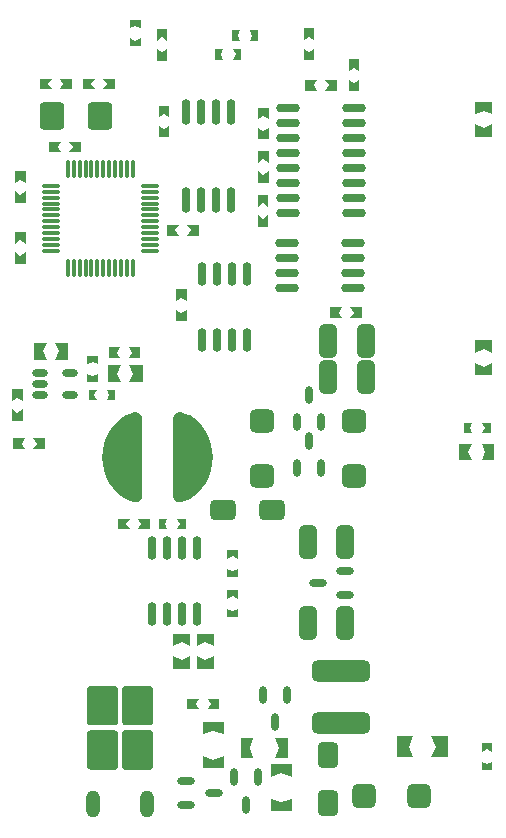
<source format=gtp>
G04*
G04 #@! TF.GenerationSoftware,Altium Limited,Altium Designer,18.0.9 (584)*
G04*
G04 Layer_Color=8421504*
%FSLAX24Y24*%
%MOIN*%
G70*
G01*
G75*
%ADD20O,0.0454X0.0906*%
%ADD21O,0.0281X0.0591*%
%ADD22O,0.0295X0.0800*%
G04:AMPARAMS|DCode=23|XSize=90.6mil|YSize=82.7mil|CornerRadius=12.4mil|HoleSize=0mil|Usage=FLASHONLY|Rotation=270.000|XOffset=0mil|YOffset=0mil|HoleType=Round|Shape=RoundedRectangle|*
%AMROUNDEDRECTD23*
21,1,0.0906,0.0579,0,0,270.0*
21,1,0.0657,0.0827,0,0,270.0*
1,1,0.0248,-0.0289,-0.0329*
1,1,0.0248,-0.0289,0.0329*
1,1,0.0248,0.0289,0.0329*
1,1,0.0248,0.0289,-0.0329*
%
%ADD23ROUNDEDRECTD23*%
%ADD24O,0.0295X0.0850*%
%ADD25O,0.0630X0.0118*%
%ADD26O,0.0118X0.0630*%
%ADD27O,0.0531X0.0236*%
%ADD28O,0.0800X0.0295*%
G04:AMPARAMS|DCode=29|XSize=110.2mil|YSize=59.1mil|CornerRadius=14.8mil|HoleSize=0mil|Usage=FLASHONLY|Rotation=90.000|XOffset=0mil|YOffset=0mil|HoleType=Round|Shape=RoundedRectangle|*
%AMROUNDEDRECTD29*
21,1,0.1102,0.0295,0,0,90.0*
21,1,0.0807,0.0591,0,0,90.0*
1,1,0.0295,0.0148,0.0404*
1,1,0.0295,0.0148,-0.0404*
1,1,0.0295,-0.0148,-0.0404*
1,1,0.0295,-0.0148,0.0404*
%
%ADD29ROUNDEDRECTD29*%
G04:AMPARAMS|DCode=30|XSize=82.7mil|YSize=78.7mil|CornerRadius=19.7mil|HoleSize=0mil|Usage=FLASHONLY|Rotation=0.000|XOffset=0mil|YOffset=0mil|HoleType=Round|Shape=RoundedRectangle|*
%AMROUNDEDRECTD30*
21,1,0.0827,0.0394,0,0,0.0*
21,1,0.0433,0.0787,0,0,0.0*
1,1,0.0394,0.0217,-0.0197*
1,1,0.0394,-0.0217,-0.0197*
1,1,0.0394,-0.0217,0.0197*
1,1,0.0394,0.0217,0.0197*
%
%ADD30ROUNDEDRECTD30*%
%ADD31O,0.0591X0.0281*%
G04:AMPARAMS|DCode=32|XSize=86.6mil|YSize=68.9mil|CornerRadius=17.2mil|HoleSize=0mil|Usage=FLASHONLY|Rotation=180.000|XOffset=0mil|YOffset=0mil|HoleType=Round|Shape=RoundedRectangle|*
%AMROUNDEDRECTD32*
21,1,0.0866,0.0344,0,0,180.0*
21,1,0.0522,0.0689,0,0,180.0*
1,1,0.0344,-0.0261,0.0172*
1,1,0.0344,0.0261,0.0172*
1,1,0.0344,0.0261,-0.0172*
1,1,0.0344,-0.0261,-0.0172*
%
%ADD32ROUNDEDRECTD32*%
G04:AMPARAMS|DCode=33|XSize=82.7mil|YSize=78.7mil|CornerRadius=19.7mil|HoleSize=0mil|Usage=FLASHONLY|Rotation=270.000|XOffset=0mil|YOffset=0mil|HoleType=Round|Shape=RoundedRectangle|*
%AMROUNDEDRECTD33*
21,1,0.0827,0.0394,0,0,270.0*
21,1,0.0433,0.0787,0,0,270.0*
1,1,0.0394,-0.0197,-0.0217*
1,1,0.0394,-0.0197,0.0217*
1,1,0.0394,0.0197,0.0217*
1,1,0.0394,0.0197,-0.0217*
%
%ADD33ROUNDEDRECTD33*%
G04:AMPARAMS|DCode=34|XSize=86.6mil|YSize=68.9mil|CornerRadius=17.2mil|HoleSize=0mil|Usage=FLASHONLY|Rotation=270.000|XOffset=0mil|YOffset=0mil|HoleType=Round|Shape=RoundedRectangle|*
%AMROUNDEDRECTD34*
21,1,0.0866,0.0344,0,0,270.0*
21,1,0.0522,0.0689,0,0,270.0*
1,1,0.0344,-0.0172,-0.0261*
1,1,0.0344,-0.0172,0.0261*
1,1,0.0344,0.0172,0.0261*
1,1,0.0344,0.0172,-0.0261*
%
%ADD34ROUNDEDRECTD34*%
G04:AMPARAMS|DCode=35|XSize=194.9mil|YSize=70.9mil|CornerRadius=17.7mil|HoleSize=0mil|Usage=FLASHONLY|Rotation=0.000|XOffset=0mil|YOffset=0mil|HoleType=Round|Shape=RoundedRectangle|*
%AMROUNDEDRECTD35*
21,1,0.1949,0.0354,0,0,0.0*
21,1,0.1594,0.0709,0,0,0.0*
1,1,0.0354,0.0797,-0.0177*
1,1,0.0354,-0.0797,-0.0177*
1,1,0.0354,-0.0797,0.0177*
1,1,0.0354,0.0797,0.0177*
%
%ADD35ROUNDEDRECTD35*%
G36*
X23809Y42224D02*
X23632Y42303D01*
X23455Y42224D01*
Y42500D01*
X23809D01*
Y42224D01*
D02*
G37*
G36*
X29596Y41821D02*
X29419Y41939D01*
X29242Y41821D01*
Y42215D01*
X29596D01*
Y41821D01*
D02*
G37*
G36*
X24695Y41811D02*
X24518Y41929D01*
X24341Y41811D01*
Y42205D01*
X24695D01*
Y41811D01*
D02*
G37*
G36*
X23809Y41614D02*
X23455D01*
Y41890D01*
X23632Y41811D01*
X23809Y41890D01*
Y41614D01*
D02*
G37*
G36*
X27726Y41801D02*
X27451D01*
X27530Y41978D01*
X27451Y42156D01*
X27726D01*
Y41801D01*
D02*
G37*
G36*
X27038Y41978D02*
X27116Y41801D01*
X26841D01*
Y42156D01*
X27116D01*
X27038Y41978D01*
D02*
G37*
G36*
X29596Y41152D02*
X29242D01*
Y41545D01*
X29419Y41427D01*
X29596Y41545D01*
Y41152D01*
D02*
G37*
G36*
X24695Y41142D02*
X24341D01*
Y41535D01*
X24518Y41417D01*
X24695Y41535D01*
Y41142D01*
D02*
G37*
G36*
X27165Y41171D02*
X26890D01*
X26968Y41348D01*
X26890Y41526D01*
X27165D01*
Y41171D01*
D02*
G37*
G36*
X26476Y41348D02*
X26555Y41171D01*
X26280D01*
Y41526D01*
X26555D01*
X26476Y41348D01*
D02*
G37*
G36*
X31093Y40787D02*
X30915Y40906D01*
X30738Y40787D01*
Y41181D01*
X31093D01*
Y40787D01*
D02*
G37*
G36*
Y40118D02*
X30738D01*
Y40512D01*
X30915Y40394D01*
X31093Y40512D01*
Y40118D01*
D02*
G37*
G36*
X21506Y40187D02*
X21112D01*
X21230Y40364D01*
X21112Y40541D01*
X21506D01*
Y40187D01*
D02*
G37*
G36*
X20719Y40364D02*
X20837Y40187D01*
X20443D01*
Y40541D01*
X20837D01*
X20719Y40364D01*
D02*
G37*
G36*
X22943Y40186D02*
X22549D01*
X22667Y40363D01*
X22549Y40540D01*
X22943D01*
Y40186D01*
D02*
G37*
G36*
X22156Y40363D02*
X22274Y40186D01*
X21880D01*
Y40540D01*
X22274D01*
X22156Y40363D01*
D02*
G37*
G36*
X30354Y40138D02*
X29961D01*
X30079Y40315D01*
X29961Y40492D01*
X30354D01*
Y40138D01*
D02*
G37*
G36*
X29567Y40315D02*
X29685Y40138D01*
X29291D01*
Y40492D01*
X29685D01*
X29567Y40315D01*
D02*
G37*
G36*
X35512Y39350D02*
X35236Y39478D01*
X34961Y39350D01*
Y39764D01*
X35512D01*
Y39350D01*
D02*
G37*
G36*
X24754Y39252D02*
X24577Y39370D01*
X24400Y39252D01*
Y39646D01*
X24754D01*
Y39252D01*
D02*
G37*
G36*
X28071Y39183D02*
X27894Y39301D01*
X27717Y39183D01*
Y39577D01*
X28071D01*
Y39183D01*
D02*
G37*
G36*
X35512Y38602D02*
X34961D01*
Y39016D01*
X35236Y38888D01*
X35512Y39016D01*
Y38602D01*
D02*
G37*
G36*
X24754Y38583D02*
X24400D01*
Y38976D01*
X24577Y38858D01*
X24754Y38976D01*
Y38583D01*
D02*
G37*
G36*
X28071Y38514D02*
X27717D01*
Y38907D01*
X27894Y38789D01*
X28071Y38907D01*
Y38514D01*
D02*
G37*
G36*
X21821Y38091D02*
X21427D01*
X21545Y38268D01*
X21427Y38445D01*
X21821D01*
Y38091D01*
D02*
G37*
G36*
X21033Y38268D02*
X21152Y38091D01*
X20758D01*
Y38445D01*
X21152D01*
X21033Y38268D01*
D02*
G37*
G36*
X28071Y37736D02*
X27894Y37854D01*
X27717Y37736D01*
Y38130D01*
X28071D01*
Y37736D01*
D02*
G37*
G36*
Y37067D02*
X27717D01*
Y37461D01*
X27894Y37343D01*
X28071Y37461D01*
Y37067D01*
D02*
G37*
G36*
X19970Y37057D02*
X19792Y37175D01*
X19615Y37057D01*
Y37451D01*
X19970D01*
Y37057D01*
D02*
G37*
G36*
Y36388D02*
X19615D01*
Y36781D01*
X19792Y36663D01*
X19970Y36781D01*
Y36388D01*
D02*
G37*
G36*
X28061Y36270D02*
X27884Y36388D01*
X27707Y36270D01*
Y36663D01*
X28061D01*
Y36270D01*
D02*
G37*
G36*
Y35600D02*
X27707D01*
Y35994D01*
X27884Y35876D01*
X28061Y35994D01*
Y35600D01*
D02*
G37*
G36*
X25748Y35305D02*
X25354D01*
X25472Y35482D01*
X25354Y35659D01*
X25748D01*
Y35305D01*
D02*
G37*
G36*
X24961Y35482D02*
X25079Y35305D01*
X24685D01*
Y35659D01*
X25079D01*
X24961Y35482D01*
D02*
G37*
G36*
X19970Y35030D02*
X19793Y35148D01*
X19616Y35030D01*
Y35423D01*
X19970D01*
Y35030D01*
D02*
G37*
G36*
Y34360D02*
X19616D01*
Y34754D01*
X19793Y34636D01*
X19970Y34754D01*
Y34360D01*
D02*
G37*
G36*
X25335Y33120D02*
X25157Y33238D01*
X24980Y33120D01*
Y33514D01*
X25335D01*
Y33120D01*
D02*
G37*
G36*
Y32451D02*
X24980D01*
Y32844D01*
X25157Y32726D01*
X25335Y32844D01*
Y32451D01*
D02*
G37*
G36*
X31191Y32569D02*
X30797D01*
X30915Y32746D01*
X30797Y32923D01*
X31191D01*
Y32569D01*
D02*
G37*
G36*
X30404Y32746D02*
X30522Y32569D01*
X30128D01*
Y32923D01*
X30522D01*
X30404Y32746D01*
D02*
G37*
G36*
X35512Y31407D02*
X35236Y31535D01*
X34961Y31407D01*
Y31821D01*
X35512D01*
Y31407D01*
D02*
G37*
G36*
X23799Y31230D02*
X23406D01*
X23524Y31407D01*
X23406Y31585D01*
X23799D01*
Y31230D01*
D02*
G37*
G36*
X23012Y31407D02*
X23130Y31230D01*
X22736D01*
Y31585D01*
X23130D01*
X23012Y31407D01*
D02*
G37*
G36*
X21398Y31161D02*
X20945D01*
X21073Y31447D01*
X20945Y31732D01*
X21398D01*
Y31161D01*
D02*
G37*
G36*
X20561Y31447D02*
X20689Y31161D01*
X20236D01*
Y31732D01*
X20689D01*
X20561Y31447D01*
D02*
G37*
G36*
X22382Y31033D02*
X22205Y31112D01*
X22028Y31033D01*
Y31309D01*
X22382D01*
Y31033D01*
D02*
G37*
G36*
X35512Y30659D02*
X34961D01*
Y31073D01*
X35236Y30945D01*
X35512Y31073D01*
Y30659D01*
D02*
G37*
G36*
X22382Y30423D02*
X22028D01*
Y30699D01*
X22205Y30620D01*
X22382Y30699D01*
Y30423D01*
D02*
G37*
G36*
X23868Y30413D02*
X23415D01*
X23543Y30699D01*
X23415Y30984D01*
X23868D01*
Y30413D01*
D02*
G37*
G36*
X23031Y30699D02*
X23159Y30413D01*
X22707D01*
Y30984D01*
X23159D01*
X23031Y30699D01*
D02*
G37*
G36*
X22953Y29813D02*
X22677D01*
X22756Y29990D01*
X22677Y30167D01*
X22953D01*
Y29813D01*
D02*
G37*
G36*
X22264Y29990D02*
X22343Y29813D01*
X22067D01*
Y30167D01*
X22343D01*
X22264Y29990D01*
D02*
G37*
G36*
X19872Y29793D02*
X19695Y29911D01*
X19518Y29793D01*
Y30187D01*
X19872D01*
Y29793D01*
D02*
G37*
G36*
Y29124D02*
X19518D01*
Y29518D01*
X19695Y29400D01*
X19872Y29518D01*
Y29124D01*
D02*
G37*
G36*
X35472Y28720D02*
X35197D01*
X35275Y28898D01*
X35197Y29075D01*
X35472D01*
Y28720D01*
D02*
G37*
G36*
X34783Y28898D02*
X34862Y28720D01*
X34587D01*
Y29075D01*
X34862D01*
X34783Y28898D01*
D02*
G37*
G36*
X20620Y28199D02*
X20226D01*
X20344Y28376D01*
X20226Y28553D01*
X20620D01*
Y28199D01*
D02*
G37*
G36*
X19833Y28376D02*
X19951Y28199D01*
X19557D01*
Y28553D01*
X19951D01*
X19833Y28376D01*
D02*
G37*
G36*
X35581Y27825D02*
X35167D01*
X35295Y28100D01*
X35167Y28376D01*
X35581D01*
Y27825D01*
D02*
G37*
G36*
X34705Y28100D02*
X34833Y27825D01*
X34419D01*
Y28376D01*
X34833D01*
X34705Y28100D01*
D02*
G37*
G36*
X23736Y29408D02*
X23795Y29364D01*
X23834Y29302D01*
X23848Y29230D01*
Y26624D01*
X23834Y26550D01*
X23793Y26486D01*
X23732Y26441D01*
X23659Y26422D01*
X23584Y26431D01*
X23455Y26471D01*
X23304Y26532D01*
X23164Y26615D01*
X23039Y26719D01*
X23034Y26723D01*
X22885Y26889D01*
X22760Y27073D01*
X22660Y27272D01*
X22587Y27483D01*
X22542Y27701D01*
X22528Y27923D01*
X22542Y28146D01*
X22587Y28364D01*
X22660Y28574D01*
X22760Y28773D01*
X22885Y28957D01*
X23034Y29123D01*
X23037Y29125D01*
X23163Y29231D01*
X23305Y29315D01*
X23458Y29376D01*
X23592Y29418D01*
X23665Y29427D01*
X23736Y29408D01*
D02*
G37*
G36*
X25156Y29416D02*
X25286Y29375D01*
X25436Y29315D01*
X25576Y29231D01*
X25701Y29128D01*
X25706Y29123D01*
X25855Y28957D01*
X25980Y28773D01*
X26081Y28574D01*
X26153Y28364D01*
X26198Y28146D01*
X26213Y27923D01*
X26198Y27701D01*
X26153Y27483D01*
X26081Y27272D01*
X25980Y27073D01*
X25855Y26889D01*
X25706Y26723D01*
X25703Y26721D01*
X25577Y26616D01*
X25435Y26532D01*
X25283Y26470D01*
X25148Y26428D01*
X25076Y26420D01*
X25005Y26439D01*
X24945Y26482D01*
X24906Y26544D01*
X24893Y26616D01*
Y29222D01*
X24907Y29296D01*
X24947Y29360D01*
X25008Y29405D01*
X25081Y29424D01*
X25156Y29416D01*
D02*
G37*
G36*
X25305Y25522D02*
X25030D01*
X25108Y25699D01*
X25030Y25876D01*
X25305D01*
Y25522D01*
D02*
G37*
G36*
X24616Y25699D02*
X24695Y25522D01*
X24420D01*
Y25876D01*
X24695D01*
X24616Y25699D01*
D02*
G37*
G36*
X24104Y25522D02*
X23711D01*
X23829Y25699D01*
X23711Y25876D01*
X24104D01*
Y25522D01*
D02*
G37*
G36*
X23317Y25699D02*
X23435Y25522D01*
X23041D01*
Y25876D01*
X23435D01*
X23317Y25699D01*
D02*
G37*
G36*
X27047Y24537D02*
X26870Y24616D01*
X26693Y24537D01*
Y24813D01*
X27047D01*
Y24537D01*
D02*
G37*
G36*
Y23927D02*
X26693D01*
Y24203D01*
X26870Y24124D01*
X27047Y24203D01*
Y23927D01*
D02*
G37*
G36*
X27047Y23208D02*
X26870Y23287D01*
X26693Y23208D01*
Y23484D01*
X27047D01*
Y23208D01*
D02*
G37*
G36*
Y22598D02*
X26693D01*
Y22874D01*
X26870Y22795D01*
X27047Y22874D01*
Y22598D01*
D02*
G37*
G36*
X26240Y21624D02*
X25965Y21752D01*
X25689Y21624D01*
Y22037D01*
X26240D01*
Y21624D01*
D02*
G37*
G36*
X25443D02*
X25167Y21752D01*
X24892Y21624D01*
Y22037D01*
X25443D01*
Y21624D01*
D02*
G37*
G36*
X26240Y20876D02*
X25689D01*
Y21289D01*
X25965Y21161D01*
X26240Y21289D01*
Y20876D01*
D02*
G37*
G36*
X25443D02*
X24892D01*
Y21289D01*
X25167Y21161D01*
X25443Y21289D01*
Y20876D01*
D02*
G37*
G36*
X24104Y20305D02*
X24126Y20304D01*
X24166Y20287D01*
X24196Y20256D01*
X24212Y20215D01*
X24212Y20194D01*
Y19093D01*
X24212Y19072D01*
X24194Y19032D01*
X24163Y19001D01*
X24123Y18985D01*
X24101Y18986D01*
X24101D01*
X23306Y18986D01*
X23296D01*
X23275Y18990D01*
X23256Y18998D01*
X23239Y19010D01*
X23231Y19017D01*
X23231Y19017D01*
X23223Y19025D01*
X23211Y19043D01*
X23202Y19064D01*
X23198Y19086D01*
X23198Y19097D01*
X23198Y19097D01*
X23198Y20196D01*
X23198Y20218D01*
X23215Y20258D01*
X23245Y20288D01*
X23285Y20305D01*
X23307Y20305D01*
X23307Y20305D01*
X24104Y20305D01*
D02*
G37*
G36*
X22933D02*
X22955Y20304D01*
X22995Y20287D01*
X23026Y20256D01*
X23042Y20215D01*
X23041Y20194D01*
Y19093D01*
X23041Y19072D01*
X23024Y19032D01*
X22992Y19001D01*
X22952Y18985D01*
X22930Y18986D01*
X22930D01*
X22136Y18986D01*
X22125D01*
X22105Y18990D01*
X22085Y18998D01*
X22068Y19010D01*
X22061Y19017D01*
X22061Y19017D01*
X22053Y19025D01*
X22040Y19043D01*
X22032Y19064D01*
X22028Y19086D01*
X22028Y19097D01*
X22028Y19097D01*
X22028Y20196D01*
X22028Y20218D01*
X22044Y20258D01*
X22075Y20288D01*
X22115Y20305D01*
X22136Y20305D01*
X22136Y20305D01*
X22933Y20305D01*
D02*
G37*
G36*
X26427Y19518D02*
X26033D01*
X26152Y19695D01*
X26033Y19872D01*
X26427D01*
Y19518D01*
D02*
G37*
G36*
X25640Y19695D02*
X25758Y19518D01*
X25364D01*
Y19872D01*
X25758D01*
X25640Y19695D01*
D02*
G37*
G36*
X22933Y18829D02*
X22955Y18828D01*
X22995Y18811D01*
X23026Y18780D01*
X23042Y18739D01*
X23041Y18718D01*
Y17617D01*
X23041Y17596D01*
X23024Y17556D01*
X22992Y17525D01*
X22952Y17509D01*
X22930Y17510D01*
X22930D01*
X22136Y17510D01*
X22125D01*
X22105Y17514D01*
X22085Y17522D01*
X22068Y17534D01*
X22061Y17541D01*
X22061Y17541D01*
X22053Y17549D01*
X22040Y17567D01*
X22032Y17588D01*
X22028Y17610D01*
X22028Y17621D01*
X22028Y17621D01*
X22028Y18720D01*
X22028Y18742D01*
X22044Y18782D01*
X22075Y18812D01*
X22115Y18829D01*
X22136Y18829D01*
X22136Y18829D01*
X22933Y18829D01*
D02*
G37*
G36*
X26575Y18691D02*
X26230Y18809D01*
X25886Y18691D01*
Y19104D01*
X26575D01*
Y18691D01*
D02*
G37*
G36*
X35531Y18110D02*
X35354Y18189D01*
X35177Y18110D01*
Y18386D01*
X35531D01*
Y18110D01*
D02*
G37*
G36*
X34035Y17913D02*
X33484D01*
X33642Y18268D01*
X33484Y18622D01*
X34035D01*
Y17913D01*
D02*
G37*
G36*
X32736Y18268D02*
X32894Y17913D01*
X32343D01*
Y18622D01*
X32894D01*
X32736Y18268D01*
D02*
G37*
G36*
X28701Y17884D02*
X28287D01*
X28406Y18228D01*
X28287Y18573D01*
X28701D01*
Y17884D01*
D02*
G37*
G36*
X27441Y18228D02*
X27559Y17884D01*
X27146D01*
Y18573D01*
X27559D01*
X27441Y18228D01*
D02*
G37*
G36*
X26575Y17549D02*
X25886D01*
Y17963D01*
X26230Y17844D01*
X26575Y17963D01*
Y17549D01*
D02*
G37*
G36*
X35531Y17500D02*
X35177D01*
Y17776D01*
X35354Y17697D01*
X35531Y17776D01*
Y17500D01*
D02*
G37*
G36*
X23309Y18828D02*
Y18828D01*
X24104Y18828D01*
X24114D01*
X24135Y18824D01*
X24154Y18816D01*
X24172Y18805D01*
X24179Y18797D01*
X24179Y18797D01*
X24187Y18789D01*
X24199Y18771D01*
X24208Y18750D01*
X24212Y18729D01*
X24212Y18717D01*
X24212Y18717D01*
X24212Y17618D01*
X24212Y17596D01*
X24196Y17557D01*
X24165Y17526D01*
X24125Y17509D01*
X24104Y17509D01*
X24104Y17509D01*
X23306Y17509D01*
X23285Y17510D01*
X23245Y17527D01*
X23214Y17558D01*
X23198Y17599D01*
X23198Y17620D01*
X23198Y17620D01*
X23198Y18721D01*
X23199Y18743D01*
X23216Y18782D01*
X23247Y18813D01*
X23288Y18829D01*
X23309Y18828D01*
D02*
G37*
G36*
X28839Y17274D02*
X28494Y17392D01*
X28150Y17274D01*
Y17687D01*
X28839D01*
Y17274D01*
D02*
G37*
G36*
Y16132D02*
X28150D01*
Y16545D01*
X28494Y16427D01*
X28839Y16545D01*
Y16132D01*
D02*
G37*
D20*
X24018Y16348D02*
D03*
X22222D02*
D03*
D21*
X29400Y28465D02*
D03*
X29000Y27555D02*
D03*
X29800D02*
D03*
X29400Y30010D02*
D03*
X29000Y29100D02*
D03*
X29800D02*
D03*
X28297Y19085D02*
D03*
X27897Y19995D02*
D03*
X28697D02*
D03*
X27323Y16339D02*
D03*
X26923Y17249D02*
D03*
X27723D02*
D03*
D22*
X25852Y31841D02*
D03*
X26352D02*
D03*
Y34041D02*
D03*
X25852D02*
D03*
X27352Y31841D02*
D03*
Y34041D02*
D03*
X26852Y31841D02*
D03*
Y34041D02*
D03*
X25667Y24907D02*
D03*
X25167D02*
D03*
Y22707D02*
D03*
X25667D02*
D03*
X24167Y24907D02*
D03*
Y22707D02*
D03*
X24667Y24907D02*
D03*
Y22707D02*
D03*
D23*
X20866Y39291D02*
D03*
X22441D02*
D03*
D24*
X26317Y39446D02*
D03*
Y36496D02*
D03*
X25317Y39446D02*
D03*
X25817D02*
D03*
X26817D02*
D03*
X25317Y36496D02*
D03*
X25817D02*
D03*
X26817D02*
D03*
D25*
X20807Y36969D02*
D03*
Y36772D02*
D03*
Y36575D02*
D03*
Y36378D02*
D03*
Y36181D02*
D03*
Y35984D02*
D03*
Y35787D02*
D03*
Y35591D02*
D03*
Y35394D02*
D03*
Y35197D02*
D03*
X24114D02*
D03*
Y35394D02*
D03*
Y35591D02*
D03*
Y35787D02*
D03*
Y35984D02*
D03*
Y36181D02*
D03*
Y36378D02*
D03*
Y36575D02*
D03*
Y36772D02*
D03*
Y36969D02*
D03*
X20807Y35000D02*
D03*
Y34803D02*
D03*
X24114D02*
D03*
Y35000D02*
D03*
D26*
X21378Y34232D02*
D03*
X21575D02*
D03*
X21772D02*
D03*
X21969D02*
D03*
X22165D02*
D03*
X22756D02*
D03*
X22953D02*
D03*
X23150D02*
D03*
X23346D02*
D03*
X23543D02*
D03*
X22362D02*
D03*
X22559D02*
D03*
X22165Y37539D02*
D03*
X21969D02*
D03*
X21772D02*
D03*
X21575D02*
D03*
X21378D02*
D03*
X23543D02*
D03*
X23346D02*
D03*
X23150D02*
D03*
X22953D02*
D03*
X22756D02*
D03*
X22559D02*
D03*
X22362D02*
D03*
D27*
X20463Y29990D02*
D03*
X21447D02*
D03*
X20463Y30738D02*
D03*
X21447D02*
D03*
X20463Y30364D02*
D03*
D28*
X28676Y35047D02*
D03*
Y34547D02*
D03*
X30876D02*
D03*
Y35047D02*
D03*
X28676Y33547D02*
D03*
X30876D02*
D03*
X28676Y34047D02*
D03*
X30876D02*
D03*
X30930Y37549D02*
D03*
X28730D02*
D03*
X30930Y38049D02*
D03*
Y38549D02*
D03*
Y39049D02*
D03*
Y39549D02*
D03*
Y36049D02*
D03*
Y36549D02*
D03*
Y37049D02*
D03*
X28730Y38049D02*
D03*
Y38549D02*
D03*
Y39049D02*
D03*
Y39549D02*
D03*
Y36049D02*
D03*
Y36549D02*
D03*
Y37049D02*
D03*
D29*
X31309Y31811D02*
D03*
X30049D02*
D03*
X31309Y30591D02*
D03*
X30049D02*
D03*
X29370Y25089D02*
D03*
X30630D02*
D03*
X29370Y22382D02*
D03*
X30630D02*
D03*
D30*
X27864Y29114D02*
D03*
Y27303D02*
D03*
X30925D02*
D03*
Y29114D02*
D03*
D31*
X29720Y23744D02*
D03*
X30630Y24144D02*
D03*
Y23344D02*
D03*
X26235Y16719D02*
D03*
X25325Y16319D02*
D03*
Y17119D02*
D03*
D32*
X28179Y26171D02*
D03*
X26565D02*
D03*
D33*
X33071Y16614D02*
D03*
X31260D02*
D03*
D34*
X30039Y18012D02*
D03*
Y16398D02*
D03*
D35*
X30472Y20787D02*
D03*
Y19055D02*
D03*
M02*

</source>
